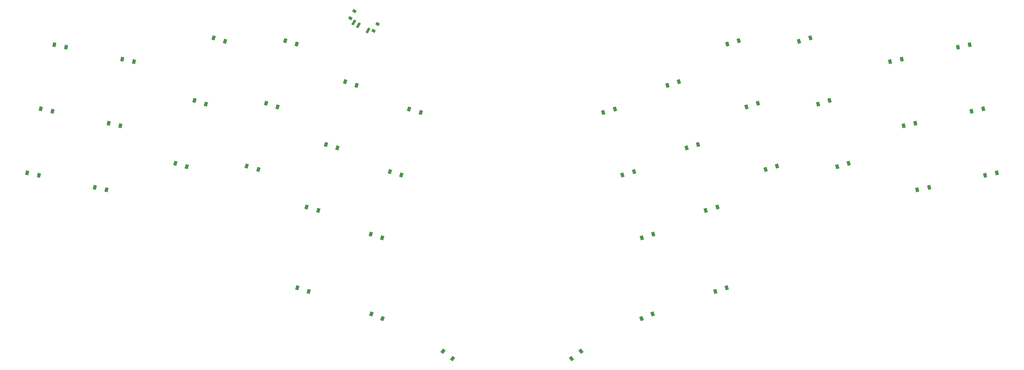
<source format=gbr>
%TF.GenerationSoftware,KiCad,Pcbnew,8.0.6*%
%TF.CreationDate,2025-05-14T19:15:18+02:00*%
%TF.ProjectId,main-rounded,6d61696e-2d72-46f7-956e-6465642e6b69,v1.0.0*%
%TF.SameCoordinates,Original*%
%TF.FileFunction,Paste,Top*%
%TF.FilePolarity,Positive*%
%FSLAX46Y46*%
G04 Gerber Fmt 4.6, Leading zero omitted, Abs format (unit mm)*
G04 Created by KiCad (PCBNEW 8.0.6) date 2025-05-14 19:15:18*
%MOMM*%
%LPD*%
G01*
G04 APERTURE LIST*
G04 Aperture macros list*
%AMRotRect*
0 Rectangle, with rotation*
0 The origin of the aperture is its center*
0 $1 length*
0 $2 width*
0 $3 Rotation angle, in degrees counterclockwise*
0 Add horizontal line*
21,1,$1,$2,0,0,$3*%
G04 Aperture macros list end*
%ADD10RotRect,0.900000X1.200000X343.000000*%
%ADD11RotRect,0.900000X1.200000X17.000000*%
%ADD12RotRect,0.900000X1.200000X348.000000*%
%ADD13RotRect,0.900000X1.200000X12.000000*%
%ADD14RotRect,0.700000X1.500000X151.000000*%
%ADD15RotRect,1.000000X0.800000X151.000000*%
%ADD16RotRect,0.900000X1.200000X323.000000*%
%ADD17RotRect,0.900000X1.200000X37.000000*%
%ADD18RotRect,0.900000X1.200000X22.000000*%
%ADD19RotRect,0.900000X1.200000X338.000000*%
G04 APERTURE END LIST*
D10*
%TO.C,D14*%
X139044561Y-124914738D03*
X142200367Y-125879564D03*
%TD*%
%TO.C,D18*%
X161892299Y-115168925D03*
X165048105Y-116133751D03*
%TD*%
D11*
%TO.C,D32*%
X254404118Y-114586674D03*
X257559924Y-113621848D03*
%TD*%
%TO.C,D31*%
X259666809Y-131800159D03*
X262822615Y-130835333D03*
%TD*%
D10*
%TO.C,D11*%
X122629001Y-113621848D03*
X125784807Y-114586674D03*
%TD*%
D11*
%TO.C,D34*%
X243251249Y-143093050D03*
X246407055Y-142128224D03*
%TD*%
D12*
%TO.C,D6*%
X83183371Y-101455969D03*
X86411259Y-102142077D03*
%TD*%
D11*
%TO.C,D35*%
X237988558Y-125879564D03*
X241144364Y-124914738D03*
%TD*%
D10*
%TO.C,D7*%
X97734662Y-130061794D03*
X100890468Y-131026620D03*
%TD*%
D13*
%TO.C,D27*%
X293777667Y-102142077D03*
X297005555Y-101455969D03*
%TD*%
D12*
%TO.C,D5*%
X79440960Y-119062626D03*
X82668848Y-119748734D03*
%TD*%
D11*
%TO.C,D33*%
X249141427Y-97373188D03*
X252297233Y-96408362D03*
%TD*%
D12*
%TO.C,D3*%
X64598566Y-97505647D03*
X67826454Y-98191755D03*
%TD*%
D13*
%TO.C,D22*%
X319847292Y-133405068D03*
X323075180Y-132718960D03*
%TD*%
D11*
%TO.C,D40*%
X245858207Y-165301241D03*
X249014013Y-164336415D03*
%TD*%
D13*
%TO.C,D25*%
X301262488Y-137355391D03*
X304490376Y-136669283D03*
%TD*%
D10*
%TO.C,D15*%
X144307252Y-107701253D03*
X147463058Y-108666079D03*
%TD*%
%TO.C,D17*%
X156629608Y-132382410D03*
X159785414Y-133347236D03*
%TD*%
%TO.C,D13*%
X133781871Y-142128224D03*
X136937677Y-143093050D03*
%TD*%
D14*
%TO.C,REF\u002A\u002A*%
X150619477Y-93621408D03*
X147995620Y-92166978D03*
X146683690Y-91439763D03*
D15*
X152159071Y-93731637D03*
X145774349Y-90192526D03*
X153225651Y-91807474D03*
X146840929Y-88268363D03*
%TD*%
D12*
%TO.C,D2*%
X60856156Y-115112304D03*
X64084044Y-115798412D03*
%TD*%
D11*
%TO.C,D39*%
X215140820Y-116133751D03*
X218296626Y-115168925D03*
%TD*%
D16*
%TO.C,D21*%
X171133592Y-181754539D03*
X173769090Y-183740529D03*
%TD*%
D13*
%TO.C,D26*%
X297520077Y-119748734D03*
X300747965Y-119062626D03*
%TD*%
D11*
%TO.C,D38*%
X220403511Y-133347236D03*
X223559317Y-132382410D03*
%TD*%
D10*
%TO.C,D19*%
X131174912Y-164336415D03*
X134330718Y-165301241D03*
%TD*%
%TO.C,D10*%
X117366310Y-130835333D03*
X120522116Y-131800159D03*
%TD*%
%TO.C,D9*%
X108260043Y-95634823D03*
X111415849Y-96599649D03*
%TD*%
%TO.C,D12*%
X127891692Y-96408362D03*
X131047498Y-97373188D03*
%TD*%
D12*
%TO.C,D4*%
X75698550Y-136669283D03*
X78926438Y-137355391D03*
%TD*%
D10*
%TO.C,D8*%
X102997352Y-112848309D03*
X106153158Y-113813135D03*
%TD*%
D11*
%TO.C,D30*%
X268773076Y-96599649D03*
X271928882Y-95634823D03*
%TD*%
D17*
%TO.C,D42*%
X206419835Y-183740529D03*
X209055333Y-181754539D03*
%TD*%
D12*
%TO.C,D1*%
X57113745Y-132718960D03*
X60341633Y-133405068D03*
%TD*%
D11*
%TO.C,D28*%
X279298458Y-131026620D03*
X282454264Y-130061794D03*
%TD*%
%TO.C,D37*%
X225666202Y-150560722D03*
X228822008Y-149595896D03*
%TD*%
%TO.C,D36*%
X232725867Y-108666079D03*
X235881673Y-107701253D03*
%TD*%
D13*
%TO.C,D24*%
X312362471Y-98191755D03*
X315590359Y-97505647D03*
%TD*%
D11*
%TO.C,D29*%
X274035767Y-113813135D03*
X277191573Y-112848309D03*
%TD*%
D13*
%TO.C,D23*%
X316104882Y-115798412D03*
X319332770Y-115112304D03*
%TD*%
D18*
%TO.C,D41*%
X225598012Y-172732572D03*
X228657718Y-171496370D03*
%TD*%
D10*
%TO.C,D16*%
X151366918Y-149595896D03*
X154522724Y-150560722D03*
%TD*%
D19*
%TO.C,D20*%
X151531207Y-171496370D03*
X154590913Y-172732572D03*
%TD*%
M02*

</source>
